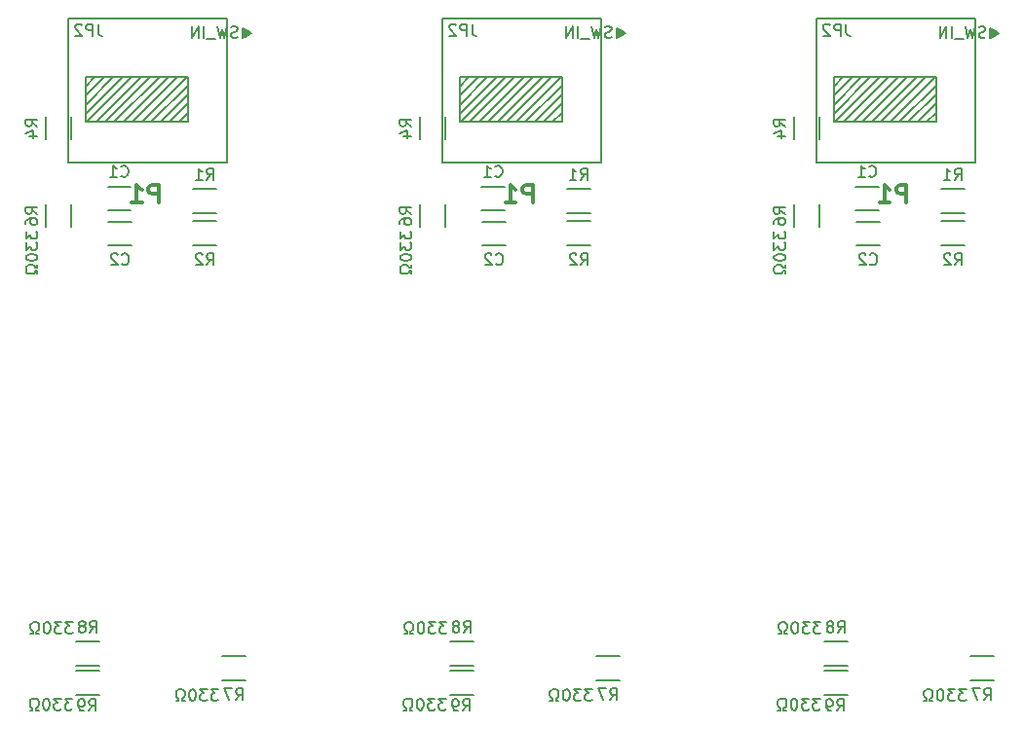
<source format=gbr>
G04 #@! TF.FileFunction,Legend,Bot*
%FSLAX46Y46*%
G04 Gerber Fmt 4.6, Leading zero omitted, Abs format (unit mm)*
G04 Created by KiCad (PCBNEW 4.0.2-4+6225~38~ubuntu15.04.1-stable) date 2016年04月15日 16時13分23秒*
%MOMM*%
G01*
G04 APERTURE LIST*
%ADD10C,0.100000*%
%ADD11C,0.200000*%
%ADD12C,0.150000*%
%ADD13C,0.304800*%
G04 APERTURE END LIST*
D10*
D11*
X136346381Y-69961357D02*
X136346381Y-70580405D01*
X136727333Y-70247071D01*
X136727333Y-70389929D01*
X136774952Y-70485167D01*
X136822571Y-70532786D01*
X136917810Y-70580405D01*
X137155905Y-70580405D01*
X137251143Y-70532786D01*
X137298762Y-70485167D01*
X137346381Y-70389929D01*
X137346381Y-70104214D01*
X137298762Y-70008976D01*
X137251143Y-69961357D01*
X136346381Y-70913738D02*
X136346381Y-71532786D01*
X136727333Y-71199452D01*
X136727333Y-71342310D01*
X136774952Y-71437548D01*
X136822571Y-71485167D01*
X136917810Y-71532786D01*
X137155905Y-71532786D01*
X137251143Y-71485167D01*
X137298762Y-71437548D01*
X137346381Y-71342310D01*
X137346381Y-71056595D01*
X137298762Y-70961357D01*
X137251143Y-70913738D01*
X136346381Y-72151833D02*
X136346381Y-72247072D01*
X136394000Y-72342310D01*
X136441619Y-72389929D01*
X136536857Y-72437548D01*
X136727333Y-72485167D01*
X136965429Y-72485167D01*
X137155905Y-72437548D01*
X137251143Y-72389929D01*
X137298762Y-72342310D01*
X137346381Y-72247072D01*
X137346381Y-72151833D01*
X137298762Y-72056595D01*
X137251143Y-72008976D01*
X137155905Y-71961357D01*
X136965429Y-71913738D01*
X136727333Y-71913738D01*
X136536857Y-71961357D01*
X136441619Y-72008976D01*
X136394000Y-72056595D01*
X136346381Y-72151833D01*
X137346381Y-72866119D02*
X137346381Y-73104214D01*
X137155905Y-73104214D01*
X137108286Y-73008976D01*
X137013048Y-72913738D01*
X136870190Y-72866119D01*
X136632095Y-72866119D01*
X136489238Y-72913738D01*
X136394000Y-73008976D01*
X136346381Y-73151833D01*
X136346381Y-73342310D01*
X136394000Y-73485167D01*
X136489238Y-73580405D01*
X136632095Y-73628024D01*
X136870190Y-73628024D01*
X137013048Y-73580405D01*
X137108286Y-73485167D01*
X137155905Y-73389929D01*
X137346381Y-73389929D01*
X137346381Y-73628024D01*
X153038643Y-109751881D02*
X152419595Y-109751881D01*
X152752929Y-110132833D01*
X152610071Y-110132833D01*
X152514833Y-110180452D01*
X152467214Y-110228071D01*
X152419595Y-110323310D01*
X152419595Y-110561405D01*
X152467214Y-110656643D01*
X152514833Y-110704262D01*
X152610071Y-110751881D01*
X152895786Y-110751881D01*
X152991024Y-110704262D01*
X153038643Y-110656643D01*
X152086262Y-109751881D02*
X151467214Y-109751881D01*
X151800548Y-110132833D01*
X151657690Y-110132833D01*
X151562452Y-110180452D01*
X151514833Y-110228071D01*
X151467214Y-110323310D01*
X151467214Y-110561405D01*
X151514833Y-110656643D01*
X151562452Y-110704262D01*
X151657690Y-110751881D01*
X151943405Y-110751881D01*
X152038643Y-110704262D01*
X152086262Y-110656643D01*
X150848167Y-109751881D02*
X150752928Y-109751881D01*
X150657690Y-109799500D01*
X150610071Y-109847119D01*
X150562452Y-109942357D01*
X150514833Y-110132833D01*
X150514833Y-110370929D01*
X150562452Y-110561405D01*
X150610071Y-110656643D01*
X150657690Y-110704262D01*
X150752928Y-110751881D01*
X150848167Y-110751881D01*
X150943405Y-110704262D01*
X150991024Y-110656643D01*
X151038643Y-110561405D01*
X151086262Y-110370929D01*
X151086262Y-110132833D01*
X151038643Y-109942357D01*
X150991024Y-109847119D01*
X150943405Y-109799500D01*
X150848167Y-109751881D01*
X150133881Y-110751881D02*
X149895786Y-110751881D01*
X149895786Y-110561405D01*
X149991024Y-110513786D01*
X150086262Y-110418548D01*
X150133881Y-110275690D01*
X150133881Y-110037595D01*
X150086262Y-109894738D01*
X149991024Y-109799500D01*
X149848167Y-109751881D01*
X149657690Y-109751881D01*
X149514833Y-109799500D01*
X149419595Y-109894738D01*
X149371976Y-110037595D01*
X149371976Y-110275690D01*
X149419595Y-110418548D01*
X149514833Y-110513786D01*
X149610071Y-110561405D01*
X149610071Y-110751881D01*
X149371976Y-110751881D01*
X140338643Y-110577381D02*
X139719595Y-110577381D01*
X140052929Y-110958333D01*
X139910071Y-110958333D01*
X139814833Y-111005952D01*
X139767214Y-111053571D01*
X139719595Y-111148810D01*
X139719595Y-111386905D01*
X139767214Y-111482143D01*
X139814833Y-111529762D01*
X139910071Y-111577381D01*
X140195786Y-111577381D01*
X140291024Y-111529762D01*
X140338643Y-111482143D01*
X139386262Y-110577381D02*
X138767214Y-110577381D01*
X139100548Y-110958333D01*
X138957690Y-110958333D01*
X138862452Y-111005952D01*
X138814833Y-111053571D01*
X138767214Y-111148810D01*
X138767214Y-111386905D01*
X138814833Y-111482143D01*
X138862452Y-111529762D01*
X138957690Y-111577381D01*
X139243405Y-111577381D01*
X139338643Y-111529762D01*
X139386262Y-111482143D01*
X138148167Y-110577381D02*
X138052928Y-110577381D01*
X137957690Y-110625000D01*
X137910071Y-110672619D01*
X137862452Y-110767857D01*
X137814833Y-110958333D01*
X137814833Y-111196429D01*
X137862452Y-111386905D01*
X137910071Y-111482143D01*
X137957690Y-111529762D01*
X138052928Y-111577381D01*
X138148167Y-111577381D01*
X138243405Y-111529762D01*
X138291024Y-111482143D01*
X138338643Y-111386905D01*
X138386262Y-111196429D01*
X138386262Y-110958333D01*
X138338643Y-110767857D01*
X138291024Y-110672619D01*
X138243405Y-110625000D01*
X138148167Y-110577381D01*
X137433881Y-111577381D02*
X137195786Y-111577381D01*
X137195786Y-111386905D01*
X137291024Y-111339286D01*
X137386262Y-111244048D01*
X137433881Y-111101190D01*
X137433881Y-110863095D01*
X137386262Y-110720238D01*
X137291024Y-110625000D01*
X137148167Y-110577381D01*
X136957690Y-110577381D01*
X136814833Y-110625000D01*
X136719595Y-110720238D01*
X136671976Y-110863095D01*
X136671976Y-111101190D01*
X136719595Y-111244048D01*
X136814833Y-111339286D01*
X136910071Y-111386905D01*
X136910071Y-111577381D01*
X136671976Y-111577381D01*
X140402143Y-103909881D02*
X139783095Y-103909881D01*
X140116429Y-104290833D01*
X139973571Y-104290833D01*
X139878333Y-104338452D01*
X139830714Y-104386071D01*
X139783095Y-104481310D01*
X139783095Y-104719405D01*
X139830714Y-104814643D01*
X139878333Y-104862262D01*
X139973571Y-104909881D01*
X140259286Y-104909881D01*
X140354524Y-104862262D01*
X140402143Y-104814643D01*
X139449762Y-103909881D02*
X138830714Y-103909881D01*
X139164048Y-104290833D01*
X139021190Y-104290833D01*
X138925952Y-104338452D01*
X138878333Y-104386071D01*
X138830714Y-104481310D01*
X138830714Y-104719405D01*
X138878333Y-104814643D01*
X138925952Y-104862262D01*
X139021190Y-104909881D01*
X139306905Y-104909881D01*
X139402143Y-104862262D01*
X139449762Y-104814643D01*
X138211667Y-103909881D02*
X138116428Y-103909881D01*
X138021190Y-103957500D01*
X137973571Y-104005119D01*
X137925952Y-104100357D01*
X137878333Y-104290833D01*
X137878333Y-104528929D01*
X137925952Y-104719405D01*
X137973571Y-104814643D01*
X138021190Y-104862262D01*
X138116428Y-104909881D01*
X138211667Y-104909881D01*
X138306905Y-104862262D01*
X138354524Y-104814643D01*
X138402143Y-104719405D01*
X138449762Y-104528929D01*
X138449762Y-104290833D01*
X138402143Y-104100357D01*
X138354524Y-104005119D01*
X138306905Y-103957500D01*
X138211667Y-103909881D01*
X137497381Y-104909881D02*
X137259286Y-104909881D01*
X137259286Y-104719405D01*
X137354524Y-104671786D01*
X137449762Y-104576548D01*
X137497381Y-104433690D01*
X137497381Y-104195595D01*
X137449762Y-104052738D01*
X137354524Y-103957500D01*
X137211667Y-103909881D01*
X137021190Y-103909881D01*
X136878333Y-103957500D01*
X136783095Y-104052738D01*
X136735476Y-104195595D01*
X136735476Y-104433690D01*
X136783095Y-104576548D01*
X136878333Y-104671786D01*
X136973571Y-104719405D01*
X136973571Y-104909881D01*
X136735476Y-104909881D01*
X155197642Y-53093881D02*
X155197642Y-52331976D01*
X155245261Y-53046262D02*
X155245261Y-52379595D01*
X155292880Y-53046262D02*
X155292880Y-52379595D01*
X155340499Y-52998643D02*
X155340499Y-52427214D01*
X155388118Y-52998643D02*
X155388118Y-52427214D01*
X155435737Y-52951024D02*
X155435737Y-52474833D01*
X155483356Y-52951024D02*
X155483356Y-52474833D01*
X155530975Y-52903405D02*
X155530975Y-52522452D01*
X155578594Y-52855786D02*
X155578594Y-52570071D01*
X155626213Y-52855786D02*
X155626213Y-52570071D01*
X155673833Y-52808167D02*
X155673833Y-52617690D01*
X155721452Y-52808167D02*
X155721452Y-52617690D01*
X155769071Y-52712929D02*
X155816690Y-52712929D01*
X155769071Y-52760548D02*
X155769071Y-52665310D01*
X155150023Y-53093881D02*
X155864309Y-52712929D01*
X155150023Y-52331976D01*
X155911928Y-52712929D02*
X155150023Y-52284357D01*
X155150023Y-53141500D01*
X155911928Y-52712929D01*
X154721452Y-53046262D02*
X154578595Y-53093881D01*
X154340499Y-53093881D01*
X154245261Y-53046262D01*
X154197642Y-52998643D01*
X154150023Y-52903405D01*
X154150023Y-52808167D01*
X154197642Y-52712929D01*
X154245261Y-52665310D01*
X154340499Y-52617690D01*
X154530976Y-52570071D01*
X154626214Y-52522452D01*
X154673833Y-52474833D01*
X154721452Y-52379595D01*
X154721452Y-52284357D01*
X154673833Y-52189119D01*
X154626214Y-52141500D01*
X154530976Y-52093881D01*
X154292880Y-52093881D01*
X154150023Y-52141500D01*
X153816690Y-52093881D02*
X153578595Y-53093881D01*
X153388118Y-52379595D01*
X153197642Y-53093881D01*
X152959547Y-52093881D01*
X152816690Y-53189119D02*
X152054785Y-53189119D01*
X151816690Y-53093881D02*
X151816690Y-52093881D01*
X151340500Y-53093881D02*
X151340500Y-52093881D01*
X150769071Y-53093881D01*
X150769071Y-52093881D01*
X142616833Y-51903381D02*
X142616833Y-52617667D01*
X142664453Y-52760524D01*
X142759691Y-52855762D01*
X142902548Y-52903381D01*
X142997786Y-52903381D01*
X142140643Y-52903381D02*
X142140643Y-51903381D01*
X141759690Y-51903381D01*
X141664452Y-51951000D01*
X141616833Y-51998619D01*
X141569214Y-52093857D01*
X141569214Y-52236714D01*
X141616833Y-52331952D01*
X141664452Y-52379571D01*
X141759690Y-52427190D01*
X142140643Y-52427190D01*
X141188262Y-51998619D02*
X141140643Y-51951000D01*
X141045405Y-51903381D01*
X140807309Y-51903381D01*
X140712071Y-51951000D01*
X140664452Y-51998619D01*
X140616833Y-52093857D01*
X140616833Y-52189095D01*
X140664452Y-52331952D01*
X141235881Y-52903381D01*
X140616833Y-52903381D01*
X103846381Y-69961357D02*
X103846381Y-70580405D01*
X104227333Y-70247071D01*
X104227333Y-70389929D01*
X104274952Y-70485167D01*
X104322571Y-70532786D01*
X104417810Y-70580405D01*
X104655905Y-70580405D01*
X104751143Y-70532786D01*
X104798762Y-70485167D01*
X104846381Y-70389929D01*
X104846381Y-70104214D01*
X104798762Y-70008976D01*
X104751143Y-69961357D01*
X103846381Y-70913738D02*
X103846381Y-71532786D01*
X104227333Y-71199452D01*
X104227333Y-71342310D01*
X104274952Y-71437548D01*
X104322571Y-71485167D01*
X104417810Y-71532786D01*
X104655905Y-71532786D01*
X104751143Y-71485167D01*
X104798762Y-71437548D01*
X104846381Y-71342310D01*
X104846381Y-71056595D01*
X104798762Y-70961357D01*
X104751143Y-70913738D01*
X103846381Y-72151833D02*
X103846381Y-72247072D01*
X103894000Y-72342310D01*
X103941619Y-72389929D01*
X104036857Y-72437548D01*
X104227333Y-72485167D01*
X104465429Y-72485167D01*
X104655905Y-72437548D01*
X104751143Y-72389929D01*
X104798762Y-72342310D01*
X104846381Y-72247072D01*
X104846381Y-72151833D01*
X104798762Y-72056595D01*
X104751143Y-72008976D01*
X104655905Y-71961357D01*
X104465429Y-71913738D01*
X104227333Y-71913738D01*
X104036857Y-71961357D01*
X103941619Y-72008976D01*
X103894000Y-72056595D01*
X103846381Y-72151833D01*
X104846381Y-72866119D02*
X104846381Y-73104214D01*
X104655905Y-73104214D01*
X104608286Y-73008976D01*
X104513048Y-72913738D01*
X104370190Y-72866119D01*
X104132095Y-72866119D01*
X103989238Y-72913738D01*
X103894000Y-73008976D01*
X103846381Y-73151833D01*
X103846381Y-73342310D01*
X103894000Y-73485167D01*
X103989238Y-73580405D01*
X104132095Y-73628024D01*
X104370190Y-73628024D01*
X104513048Y-73580405D01*
X104608286Y-73485167D01*
X104655905Y-73389929D01*
X104846381Y-73389929D01*
X104846381Y-73628024D01*
X120538643Y-109751881D02*
X119919595Y-109751881D01*
X120252929Y-110132833D01*
X120110071Y-110132833D01*
X120014833Y-110180452D01*
X119967214Y-110228071D01*
X119919595Y-110323310D01*
X119919595Y-110561405D01*
X119967214Y-110656643D01*
X120014833Y-110704262D01*
X120110071Y-110751881D01*
X120395786Y-110751881D01*
X120491024Y-110704262D01*
X120538643Y-110656643D01*
X119586262Y-109751881D02*
X118967214Y-109751881D01*
X119300548Y-110132833D01*
X119157690Y-110132833D01*
X119062452Y-110180452D01*
X119014833Y-110228071D01*
X118967214Y-110323310D01*
X118967214Y-110561405D01*
X119014833Y-110656643D01*
X119062452Y-110704262D01*
X119157690Y-110751881D01*
X119443405Y-110751881D01*
X119538643Y-110704262D01*
X119586262Y-110656643D01*
X118348167Y-109751881D02*
X118252928Y-109751881D01*
X118157690Y-109799500D01*
X118110071Y-109847119D01*
X118062452Y-109942357D01*
X118014833Y-110132833D01*
X118014833Y-110370929D01*
X118062452Y-110561405D01*
X118110071Y-110656643D01*
X118157690Y-110704262D01*
X118252928Y-110751881D01*
X118348167Y-110751881D01*
X118443405Y-110704262D01*
X118491024Y-110656643D01*
X118538643Y-110561405D01*
X118586262Y-110370929D01*
X118586262Y-110132833D01*
X118538643Y-109942357D01*
X118491024Y-109847119D01*
X118443405Y-109799500D01*
X118348167Y-109751881D01*
X117633881Y-110751881D02*
X117395786Y-110751881D01*
X117395786Y-110561405D01*
X117491024Y-110513786D01*
X117586262Y-110418548D01*
X117633881Y-110275690D01*
X117633881Y-110037595D01*
X117586262Y-109894738D01*
X117491024Y-109799500D01*
X117348167Y-109751881D01*
X117157690Y-109751881D01*
X117014833Y-109799500D01*
X116919595Y-109894738D01*
X116871976Y-110037595D01*
X116871976Y-110275690D01*
X116919595Y-110418548D01*
X117014833Y-110513786D01*
X117110071Y-110561405D01*
X117110071Y-110751881D01*
X116871976Y-110751881D01*
X107838643Y-110577381D02*
X107219595Y-110577381D01*
X107552929Y-110958333D01*
X107410071Y-110958333D01*
X107314833Y-111005952D01*
X107267214Y-111053571D01*
X107219595Y-111148810D01*
X107219595Y-111386905D01*
X107267214Y-111482143D01*
X107314833Y-111529762D01*
X107410071Y-111577381D01*
X107695786Y-111577381D01*
X107791024Y-111529762D01*
X107838643Y-111482143D01*
X106886262Y-110577381D02*
X106267214Y-110577381D01*
X106600548Y-110958333D01*
X106457690Y-110958333D01*
X106362452Y-111005952D01*
X106314833Y-111053571D01*
X106267214Y-111148810D01*
X106267214Y-111386905D01*
X106314833Y-111482143D01*
X106362452Y-111529762D01*
X106457690Y-111577381D01*
X106743405Y-111577381D01*
X106838643Y-111529762D01*
X106886262Y-111482143D01*
X105648167Y-110577381D02*
X105552928Y-110577381D01*
X105457690Y-110625000D01*
X105410071Y-110672619D01*
X105362452Y-110767857D01*
X105314833Y-110958333D01*
X105314833Y-111196429D01*
X105362452Y-111386905D01*
X105410071Y-111482143D01*
X105457690Y-111529762D01*
X105552928Y-111577381D01*
X105648167Y-111577381D01*
X105743405Y-111529762D01*
X105791024Y-111482143D01*
X105838643Y-111386905D01*
X105886262Y-111196429D01*
X105886262Y-110958333D01*
X105838643Y-110767857D01*
X105791024Y-110672619D01*
X105743405Y-110625000D01*
X105648167Y-110577381D01*
X104933881Y-111577381D02*
X104695786Y-111577381D01*
X104695786Y-111386905D01*
X104791024Y-111339286D01*
X104886262Y-111244048D01*
X104933881Y-111101190D01*
X104933881Y-110863095D01*
X104886262Y-110720238D01*
X104791024Y-110625000D01*
X104648167Y-110577381D01*
X104457690Y-110577381D01*
X104314833Y-110625000D01*
X104219595Y-110720238D01*
X104171976Y-110863095D01*
X104171976Y-111101190D01*
X104219595Y-111244048D01*
X104314833Y-111339286D01*
X104410071Y-111386905D01*
X104410071Y-111577381D01*
X104171976Y-111577381D01*
X107902143Y-103909881D02*
X107283095Y-103909881D01*
X107616429Y-104290833D01*
X107473571Y-104290833D01*
X107378333Y-104338452D01*
X107330714Y-104386071D01*
X107283095Y-104481310D01*
X107283095Y-104719405D01*
X107330714Y-104814643D01*
X107378333Y-104862262D01*
X107473571Y-104909881D01*
X107759286Y-104909881D01*
X107854524Y-104862262D01*
X107902143Y-104814643D01*
X106949762Y-103909881D02*
X106330714Y-103909881D01*
X106664048Y-104290833D01*
X106521190Y-104290833D01*
X106425952Y-104338452D01*
X106378333Y-104386071D01*
X106330714Y-104481310D01*
X106330714Y-104719405D01*
X106378333Y-104814643D01*
X106425952Y-104862262D01*
X106521190Y-104909881D01*
X106806905Y-104909881D01*
X106902143Y-104862262D01*
X106949762Y-104814643D01*
X105711667Y-103909881D02*
X105616428Y-103909881D01*
X105521190Y-103957500D01*
X105473571Y-104005119D01*
X105425952Y-104100357D01*
X105378333Y-104290833D01*
X105378333Y-104528929D01*
X105425952Y-104719405D01*
X105473571Y-104814643D01*
X105521190Y-104862262D01*
X105616428Y-104909881D01*
X105711667Y-104909881D01*
X105806905Y-104862262D01*
X105854524Y-104814643D01*
X105902143Y-104719405D01*
X105949762Y-104528929D01*
X105949762Y-104290833D01*
X105902143Y-104100357D01*
X105854524Y-104005119D01*
X105806905Y-103957500D01*
X105711667Y-103909881D01*
X104997381Y-104909881D02*
X104759286Y-104909881D01*
X104759286Y-104719405D01*
X104854524Y-104671786D01*
X104949762Y-104576548D01*
X104997381Y-104433690D01*
X104997381Y-104195595D01*
X104949762Y-104052738D01*
X104854524Y-103957500D01*
X104711667Y-103909881D01*
X104521190Y-103909881D01*
X104378333Y-103957500D01*
X104283095Y-104052738D01*
X104235476Y-104195595D01*
X104235476Y-104433690D01*
X104283095Y-104576548D01*
X104378333Y-104671786D01*
X104473571Y-104719405D01*
X104473571Y-104909881D01*
X104235476Y-104909881D01*
X122697642Y-53093881D02*
X122697642Y-52331976D01*
X122745261Y-53046262D02*
X122745261Y-52379595D01*
X122792880Y-53046262D02*
X122792880Y-52379595D01*
X122840499Y-52998643D02*
X122840499Y-52427214D01*
X122888118Y-52998643D02*
X122888118Y-52427214D01*
X122935737Y-52951024D02*
X122935737Y-52474833D01*
X122983356Y-52951024D02*
X122983356Y-52474833D01*
X123030975Y-52903405D02*
X123030975Y-52522452D01*
X123078594Y-52855786D02*
X123078594Y-52570071D01*
X123126213Y-52855786D02*
X123126213Y-52570071D01*
X123173833Y-52808167D02*
X123173833Y-52617690D01*
X123221452Y-52808167D02*
X123221452Y-52617690D01*
X123269071Y-52712929D02*
X123316690Y-52712929D01*
X123269071Y-52760548D02*
X123269071Y-52665310D01*
X122650023Y-53093881D02*
X123364309Y-52712929D01*
X122650023Y-52331976D01*
X123411928Y-52712929D02*
X122650023Y-52284357D01*
X122650023Y-53141500D01*
X123411928Y-52712929D01*
X122221452Y-53046262D02*
X122078595Y-53093881D01*
X121840499Y-53093881D01*
X121745261Y-53046262D01*
X121697642Y-52998643D01*
X121650023Y-52903405D01*
X121650023Y-52808167D01*
X121697642Y-52712929D01*
X121745261Y-52665310D01*
X121840499Y-52617690D01*
X122030976Y-52570071D01*
X122126214Y-52522452D01*
X122173833Y-52474833D01*
X122221452Y-52379595D01*
X122221452Y-52284357D01*
X122173833Y-52189119D01*
X122126214Y-52141500D01*
X122030976Y-52093881D01*
X121792880Y-52093881D01*
X121650023Y-52141500D01*
X121316690Y-52093881D02*
X121078595Y-53093881D01*
X120888118Y-52379595D01*
X120697642Y-53093881D01*
X120459547Y-52093881D01*
X120316690Y-53189119D02*
X119554785Y-53189119D01*
X119316690Y-53093881D02*
X119316690Y-52093881D01*
X118840500Y-53093881D02*
X118840500Y-52093881D01*
X118269071Y-53093881D01*
X118269071Y-52093881D01*
X110116833Y-51903381D02*
X110116833Y-52617667D01*
X110164453Y-52760524D01*
X110259691Y-52855762D01*
X110402548Y-52903381D01*
X110497786Y-52903381D01*
X109640643Y-52903381D02*
X109640643Y-51903381D01*
X109259690Y-51903381D01*
X109164452Y-51951000D01*
X109116833Y-51998619D01*
X109069214Y-52093857D01*
X109069214Y-52236714D01*
X109116833Y-52331952D01*
X109164452Y-52379571D01*
X109259690Y-52427190D01*
X109640643Y-52427190D01*
X108688262Y-51998619D02*
X108640643Y-51951000D01*
X108545405Y-51903381D01*
X108307309Y-51903381D01*
X108212071Y-51951000D01*
X108164452Y-51998619D01*
X108116833Y-52093857D01*
X108116833Y-52189095D01*
X108164452Y-52331952D01*
X108735881Y-52903381D01*
X108116833Y-52903381D01*
X168846381Y-69961357D02*
X168846381Y-70580405D01*
X169227333Y-70247071D01*
X169227333Y-70389929D01*
X169274952Y-70485167D01*
X169322571Y-70532786D01*
X169417810Y-70580405D01*
X169655905Y-70580405D01*
X169751143Y-70532786D01*
X169798762Y-70485167D01*
X169846381Y-70389929D01*
X169846381Y-70104214D01*
X169798762Y-70008976D01*
X169751143Y-69961357D01*
X168846381Y-70913738D02*
X168846381Y-71532786D01*
X169227333Y-71199452D01*
X169227333Y-71342310D01*
X169274952Y-71437548D01*
X169322571Y-71485167D01*
X169417810Y-71532786D01*
X169655905Y-71532786D01*
X169751143Y-71485167D01*
X169798762Y-71437548D01*
X169846381Y-71342310D01*
X169846381Y-71056595D01*
X169798762Y-70961357D01*
X169751143Y-70913738D01*
X168846381Y-72151833D02*
X168846381Y-72247072D01*
X168894000Y-72342310D01*
X168941619Y-72389929D01*
X169036857Y-72437548D01*
X169227333Y-72485167D01*
X169465429Y-72485167D01*
X169655905Y-72437548D01*
X169751143Y-72389929D01*
X169798762Y-72342310D01*
X169846381Y-72247072D01*
X169846381Y-72151833D01*
X169798762Y-72056595D01*
X169751143Y-72008976D01*
X169655905Y-71961357D01*
X169465429Y-71913738D01*
X169227333Y-71913738D01*
X169036857Y-71961357D01*
X168941619Y-72008976D01*
X168894000Y-72056595D01*
X168846381Y-72151833D01*
X169846381Y-72866119D02*
X169846381Y-73104214D01*
X169655905Y-73104214D01*
X169608286Y-73008976D01*
X169513048Y-72913738D01*
X169370190Y-72866119D01*
X169132095Y-72866119D01*
X168989238Y-72913738D01*
X168894000Y-73008976D01*
X168846381Y-73151833D01*
X168846381Y-73342310D01*
X168894000Y-73485167D01*
X168989238Y-73580405D01*
X169132095Y-73628024D01*
X169370190Y-73628024D01*
X169513048Y-73580405D01*
X169608286Y-73485167D01*
X169655905Y-73389929D01*
X169846381Y-73389929D01*
X169846381Y-73628024D01*
X185538643Y-109751881D02*
X184919595Y-109751881D01*
X185252929Y-110132833D01*
X185110071Y-110132833D01*
X185014833Y-110180452D01*
X184967214Y-110228071D01*
X184919595Y-110323310D01*
X184919595Y-110561405D01*
X184967214Y-110656643D01*
X185014833Y-110704262D01*
X185110071Y-110751881D01*
X185395786Y-110751881D01*
X185491024Y-110704262D01*
X185538643Y-110656643D01*
X184586262Y-109751881D02*
X183967214Y-109751881D01*
X184300548Y-110132833D01*
X184157690Y-110132833D01*
X184062452Y-110180452D01*
X184014833Y-110228071D01*
X183967214Y-110323310D01*
X183967214Y-110561405D01*
X184014833Y-110656643D01*
X184062452Y-110704262D01*
X184157690Y-110751881D01*
X184443405Y-110751881D01*
X184538643Y-110704262D01*
X184586262Y-110656643D01*
X183348167Y-109751881D02*
X183252928Y-109751881D01*
X183157690Y-109799500D01*
X183110071Y-109847119D01*
X183062452Y-109942357D01*
X183014833Y-110132833D01*
X183014833Y-110370929D01*
X183062452Y-110561405D01*
X183110071Y-110656643D01*
X183157690Y-110704262D01*
X183252928Y-110751881D01*
X183348167Y-110751881D01*
X183443405Y-110704262D01*
X183491024Y-110656643D01*
X183538643Y-110561405D01*
X183586262Y-110370929D01*
X183586262Y-110132833D01*
X183538643Y-109942357D01*
X183491024Y-109847119D01*
X183443405Y-109799500D01*
X183348167Y-109751881D01*
X182633881Y-110751881D02*
X182395786Y-110751881D01*
X182395786Y-110561405D01*
X182491024Y-110513786D01*
X182586262Y-110418548D01*
X182633881Y-110275690D01*
X182633881Y-110037595D01*
X182586262Y-109894738D01*
X182491024Y-109799500D01*
X182348167Y-109751881D01*
X182157690Y-109751881D01*
X182014833Y-109799500D01*
X181919595Y-109894738D01*
X181871976Y-110037595D01*
X181871976Y-110275690D01*
X181919595Y-110418548D01*
X182014833Y-110513786D01*
X182110071Y-110561405D01*
X182110071Y-110751881D01*
X181871976Y-110751881D01*
X172838643Y-110577381D02*
X172219595Y-110577381D01*
X172552929Y-110958333D01*
X172410071Y-110958333D01*
X172314833Y-111005952D01*
X172267214Y-111053571D01*
X172219595Y-111148810D01*
X172219595Y-111386905D01*
X172267214Y-111482143D01*
X172314833Y-111529762D01*
X172410071Y-111577381D01*
X172695786Y-111577381D01*
X172791024Y-111529762D01*
X172838643Y-111482143D01*
X171886262Y-110577381D02*
X171267214Y-110577381D01*
X171600548Y-110958333D01*
X171457690Y-110958333D01*
X171362452Y-111005952D01*
X171314833Y-111053571D01*
X171267214Y-111148810D01*
X171267214Y-111386905D01*
X171314833Y-111482143D01*
X171362452Y-111529762D01*
X171457690Y-111577381D01*
X171743405Y-111577381D01*
X171838643Y-111529762D01*
X171886262Y-111482143D01*
X170648167Y-110577381D02*
X170552928Y-110577381D01*
X170457690Y-110625000D01*
X170410071Y-110672619D01*
X170362452Y-110767857D01*
X170314833Y-110958333D01*
X170314833Y-111196429D01*
X170362452Y-111386905D01*
X170410071Y-111482143D01*
X170457690Y-111529762D01*
X170552928Y-111577381D01*
X170648167Y-111577381D01*
X170743405Y-111529762D01*
X170791024Y-111482143D01*
X170838643Y-111386905D01*
X170886262Y-111196429D01*
X170886262Y-110958333D01*
X170838643Y-110767857D01*
X170791024Y-110672619D01*
X170743405Y-110625000D01*
X170648167Y-110577381D01*
X169933881Y-111577381D02*
X169695786Y-111577381D01*
X169695786Y-111386905D01*
X169791024Y-111339286D01*
X169886262Y-111244048D01*
X169933881Y-111101190D01*
X169933881Y-110863095D01*
X169886262Y-110720238D01*
X169791024Y-110625000D01*
X169648167Y-110577381D01*
X169457690Y-110577381D01*
X169314833Y-110625000D01*
X169219595Y-110720238D01*
X169171976Y-110863095D01*
X169171976Y-111101190D01*
X169219595Y-111244048D01*
X169314833Y-111339286D01*
X169410071Y-111386905D01*
X169410071Y-111577381D01*
X169171976Y-111577381D01*
X172902143Y-103909881D02*
X172283095Y-103909881D01*
X172616429Y-104290833D01*
X172473571Y-104290833D01*
X172378333Y-104338452D01*
X172330714Y-104386071D01*
X172283095Y-104481310D01*
X172283095Y-104719405D01*
X172330714Y-104814643D01*
X172378333Y-104862262D01*
X172473571Y-104909881D01*
X172759286Y-104909881D01*
X172854524Y-104862262D01*
X172902143Y-104814643D01*
X171949762Y-103909881D02*
X171330714Y-103909881D01*
X171664048Y-104290833D01*
X171521190Y-104290833D01*
X171425952Y-104338452D01*
X171378333Y-104386071D01*
X171330714Y-104481310D01*
X171330714Y-104719405D01*
X171378333Y-104814643D01*
X171425952Y-104862262D01*
X171521190Y-104909881D01*
X171806905Y-104909881D01*
X171902143Y-104862262D01*
X171949762Y-104814643D01*
X170711667Y-103909881D02*
X170616428Y-103909881D01*
X170521190Y-103957500D01*
X170473571Y-104005119D01*
X170425952Y-104100357D01*
X170378333Y-104290833D01*
X170378333Y-104528929D01*
X170425952Y-104719405D01*
X170473571Y-104814643D01*
X170521190Y-104862262D01*
X170616428Y-104909881D01*
X170711667Y-104909881D01*
X170806905Y-104862262D01*
X170854524Y-104814643D01*
X170902143Y-104719405D01*
X170949762Y-104528929D01*
X170949762Y-104290833D01*
X170902143Y-104100357D01*
X170854524Y-104005119D01*
X170806905Y-103957500D01*
X170711667Y-103909881D01*
X169997381Y-104909881D02*
X169759286Y-104909881D01*
X169759286Y-104719405D01*
X169854524Y-104671786D01*
X169949762Y-104576548D01*
X169997381Y-104433690D01*
X169997381Y-104195595D01*
X169949762Y-104052738D01*
X169854524Y-103957500D01*
X169711667Y-103909881D01*
X169521190Y-103909881D01*
X169378333Y-103957500D01*
X169283095Y-104052738D01*
X169235476Y-104195595D01*
X169235476Y-104433690D01*
X169283095Y-104576548D01*
X169378333Y-104671786D01*
X169473571Y-104719405D01*
X169473571Y-104909881D01*
X169235476Y-104909881D01*
X187697642Y-53093881D02*
X187697642Y-52331976D01*
X187745261Y-53046262D02*
X187745261Y-52379595D01*
X187792880Y-53046262D02*
X187792880Y-52379595D01*
X187840499Y-52998643D02*
X187840499Y-52427214D01*
X187888118Y-52998643D02*
X187888118Y-52427214D01*
X187935737Y-52951024D02*
X187935737Y-52474833D01*
X187983356Y-52951024D02*
X187983356Y-52474833D01*
X188030975Y-52903405D02*
X188030975Y-52522452D01*
X188078594Y-52855786D02*
X188078594Y-52570071D01*
X188126213Y-52855786D02*
X188126213Y-52570071D01*
X188173833Y-52808167D02*
X188173833Y-52617690D01*
X188221452Y-52808167D02*
X188221452Y-52617690D01*
X188269071Y-52712929D02*
X188316690Y-52712929D01*
X188269071Y-52760548D02*
X188269071Y-52665310D01*
X187650023Y-53093881D02*
X188364309Y-52712929D01*
X187650023Y-52331976D01*
X188411928Y-52712929D02*
X187650023Y-52284357D01*
X187650023Y-53141500D01*
X188411928Y-52712929D01*
X187221452Y-53046262D02*
X187078595Y-53093881D01*
X186840499Y-53093881D01*
X186745261Y-53046262D01*
X186697642Y-52998643D01*
X186650023Y-52903405D01*
X186650023Y-52808167D01*
X186697642Y-52712929D01*
X186745261Y-52665310D01*
X186840499Y-52617690D01*
X187030976Y-52570071D01*
X187126214Y-52522452D01*
X187173833Y-52474833D01*
X187221452Y-52379595D01*
X187221452Y-52284357D01*
X187173833Y-52189119D01*
X187126214Y-52141500D01*
X187030976Y-52093881D01*
X186792880Y-52093881D01*
X186650023Y-52141500D01*
X186316690Y-52093881D02*
X186078595Y-53093881D01*
X185888118Y-52379595D01*
X185697642Y-53093881D01*
X185459547Y-52093881D01*
X185316690Y-53189119D02*
X184554785Y-53189119D01*
X184316690Y-53093881D02*
X184316690Y-52093881D01*
X183840500Y-53093881D02*
X183840500Y-52093881D01*
X183269071Y-53093881D01*
X183269071Y-52093881D01*
X175116833Y-51903381D02*
X175116833Y-52617667D01*
X175164453Y-52760524D01*
X175259691Y-52855762D01*
X175402548Y-52903381D01*
X175497786Y-52903381D01*
X174640643Y-52903381D02*
X174640643Y-51903381D01*
X174259690Y-51903381D01*
X174164452Y-51951000D01*
X174116833Y-51998619D01*
X174069214Y-52093857D01*
X174069214Y-52236714D01*
X174116833Y-52331952D01*
X174164452Y-52379571D01*
X174259690Y-52427190D01*
X174640643Y-52427190D01*
X173688262Y-51998619D02*
X173640643Y-51951000D01*
X173545405Y-51903381D01*
X173307309Y-51903381D01*
X173212071Y-51951000D01*
X173164452Y-51998619D01*
X173116833Y-52093857D01*
X173116833Y-52189095D01*
X173164452Y-52331952D01*
X173735881Y-52903381D01*
X173116833Y-52903381D01*
D12*
X141535000Y-57320000D02*
X142335000Y-56520000D01*
X141535000Y-58120000D02*
X143135000Y-56520000D01*
X141535000Y-58920000D02*
X143935000Y-56520000D01*
X141535000Y-59720000D02*
X144735000Y-56520000D01*
X141635000Y-60420000D02*
X145535000Y-56520000D01*
X142435000Y-60420000D02*
X146335000Y-56520000D01*
X143235000Y-60420000D02*
X147135000Y-56520000D01*
X144035000Y-60420000D02*
X147935000Y-56520000D01*
X144835000Y-60420000D02*
X148735000Y-56520000D01*
X145635000Y-60420000D02*
X149535000Y-56520000D01*
X146435000Y-60420000D02*
X150335000Y-56520000D01*
X147235000Y-60420000D02*
X150435000Y-57220000D01*
X148035000Y-60420000D02*
X150435000Y-58020000D01*
X148835000Y-60420000D02*
X150435000Y-58820000D01*
X149635000Y-60420000D02*
X150435000Y-59620000D01*
X141535000Y-56520000D02*
X150435000Y-56520000D01*
X150435000Y-56520000D02*
X150435000Y-60420000D01*
X150435000Y-60420000D02*
X141535000Y-60420000D01*
X141535000Y-60420000D02*
X141535000Y-56520000D01*
X140035000Y-63920000D02*
X140035000Y-51420000D01*
X140035000Y-51420000D02*
X153835000Y-51420000D01*
X153835000Y-51420000D02*
X153835000Y-63920000D01*
X153835000Y-63920000D02*
X140035000Y-63920000D01*
X143450500Y-66031000D02*
X145450500Y-66031000D01*
X145450500Y-68081000D02*
X143450500Y-68081000D01*
X145514000Y-71129000D02*
X143514000Y-71129000D01*
X143514000Y-69079000D02*
X145514000Y-69079000D01*
X150880000Y-68385000D02*
X152880000Y-68385000D01*
X152880000Y-66235000D02*
X150880000Y-66235000D01*
X152880000Y-69029000D02*
X150880000Y-69029000D01*
X150880000Y-71179000D02*
X152880000Y-71179000D01*
X140255000Y-61960000D02*
X140255000Y-59960000D01*
X138105000Y-59960000D02*
X138105000Y-61960000D01*
X140255000Y-69580000D02*
X140255000Y-67580000D01*
X138105000Y-67580000D02*
X138105000Y-69580000D01*
X155420000Y-106875000D02*
X153420000Y-106875000D01*
X153420000Y-109025000D02*
X155420000Y-109025000D01*
X140720000Y-107755000D02*
X142720000Y-107755000D01*
X142720000Y-105605000D02*
X140720000Y-105605000D01*
X140720000Y-110295000D02*
X142720000Y-110295000D01*
X142720000Y-108145000D02*
X140720000Y-108145000D01*
X109035000Y-57320000D02*
X109835000Y-56520000D01*
X109035000Y-58120000D02*
X110635000Y-56520000D01*
X109035000Y-58920000D02*
X111435000Y-56520000D01*
X109035000Y-59720000D02*
X112235000Y-56520000D01*
X109135000Y-60420000D02*
X113035000Y-56520000D01*
X109935000Y-60420000D02*
X113835000Y-56520000D01*
X110735000Y-60420000D02*
X114635000Y-56520000D01*
X111535000Y-60420000D02*
X115435000Y-56520000D01*
X112335000Y-60420000D02*
X116235000Y-56520000D01*
X113135000Y-60420000D02*
X117035000Y-56520000D01*
X113935000Y-60420000D02*
X117835000Y-56520000D01*
X114735000Y-60420000D02*
X117935000Y-57220000D01*
X115535000Y-60420000D02*
X117935000Y-58020000D01*
X116335000Y-60420000D02*
X117935000Y-58820000D01*
X117135000Y-60420000D02*
X117935000Y-59620000D01*
X109035000Y-56520000D02*
X117935000Y-56520000D01*
X117935000Y-56520000D02*
X117935000Y-60420000D01*
X117935000Y-60420000D02*
X109035000Y-60420000D01*
X109035000Y-60420000D02*
X109035000Y-56520000D01*
X107535000Y-63920000D02*
X107535000Y-51420000D01*
X107535000Y-51420000D02*
X121335000Y-51420000D01*
X121335000Y-51420000D02*
X121335000Y-63920000D01*
X121335000Y-63920000D02*
X107535000Y-63920000D01*
X110950500Y-66031000D02*
X112950500Y-66031000D01*
X112950500Y-68081000D02*
X110950500Y-68081000D01*
X113014000Y-71129000D02*
X111014000Y-71129000D01*
X111014000Y-69079000D02*
X113014000Y-69079000D01*
X118380000Y-68385000D02*
X120380000Y-68385000D01*
X120380000Y-66235000D02*
X118380000Y-66235000D01*
X120380000Y-69029000D02*
X118380000Y-69029000D01*
X118380000Y-71179000D02*
X120380000Y-71179000D01*
X107755000Y-61960000D02*
X107755000Y-59960000D01*
X105605000Y-59960000D02*
X105605000Y-61960000D01*
X107755000Y-69580000D02*
X107755000Y-67580000D01*
X105605000Y-67580000D02*
X105605000Y-69580000D01*
X122920000Y-106875000D02*
X120920000Y-106875000D01*
X120920000Y-109025000D02*
X122920000Y-109025000D01*
X108220000Y-107755000D02*
X110220000Y-107755000D01*
X110220000Y-105605000D02*
X108220000Y-105605000D01*
X108220000Y-110295000D02*
X110220000Y-110295000D01*
X110220000Y-108145000D02*
X108220000Y-108145000D01*
X174035000Y-57320000D02*
X174835000Y-56520000D01*
X174035000Y-58120000D02*
X175635000Y-56520000D01*
X174035000Y-58920000D02*
X176435000Y-56520000D01*
X174035000Y-59720000D02*
X177235000Y-56520000D01*
X174135000Y-60420000D02*
X178035000Y-56520000D01*
X174935000Y-60420000D02*
X178835000Y-56520000D01*
X175735000Y-60420000D02*
X179635000Y-56520000D01*
X176535000Y-60420000D02*
X180435000Y-56520000D01*
X177335000Y-60420000D02*
X181235000Y-56520000D01*
X178135000Y-60420000D02*
X182035000Y-56520000D01*
X178935000Y-60420000D02*
X182835000Y-56520000D01*
X179735000Y-60420000D02*
X182935000Y-57220000D01*
X180535000Y-60420000D02*
X182935000Y-58020000D01*
X181335000Y-60420000D02*
X182935000Y-58820000D01*
X182135000Y-60420000D02*
X182935000Y-59620000D01*
X174035000Y-56520000D02*
X182935000Y-56520000D01*
X182935000Y-56520000D02*
X182935000Y-60420000D01*
X182935000Y-60420000D02*
X174035000Y-60420000D01*
X174035000Y-60420000D02*
X174035000Y-56520000D01*
X172535000Y-63920000D02*
X172535000Y-51420000D01*
X172535000Y-51420000D02*
X186335000Y-51420000D01*
X186335000Y-51420000D02*
X186335000Y-63920000D01*
X186335000Y-63920000D02*
X172535000Y-63920000D01*
X175950500Y-66031000D02*
X177950500Y-66031000D01*
X177950500Y-68081000D02*
X175950500Y-68081000D01*
X178014000Y-71129000D02*
X176014000Y-71129000D01*
X176014000Y-69079000D02*
X178014000Y-69079000D01*
X183380000Y-68385000D02*
X185380000Y-68385000D01*
X185380000Y-66235000D02*
X183380000Y-66235000D01*
X185380000Y-69029000D02*
X183380000Y-69029000D01*
X183380000Y-71179000D02*
X185380000Y-71179000D01*
X172755000Y-61960000D02*
X172755000Y-59960000D01*
X170605000Y-59960000D02*
X170605000Y-61960000D01*
X172755000Y-69580000D02*
X172755000Y-67580000D01*
X170605000Y-67580000D02*
X170605000Y-69580000D01*
X187920000Y-106875000D02*
X185920000Y-106875000D01*
X185920000Y-109025000D02*
X187920000Y-109025000D01*
X173220000Y-107755000D02*
X175220000Y-107755000D01*
X175220000Y-105605000D02*
X173220000Y-105605000D01*
X173220000Y-110295000D02*
X175220000Y-110295000D01*
X175220000Y-108145000D02*
X173220000Y-108145000D01*
D13*
X147859857Y-67409429D02*
X147859857Y-65885429D01*
X147279285Y-65885429D01*
X147134143Y-65958000D01*
X147061571Y-66030571D01*
X146989000Y-66175714D01*
X146989000Y-66393429D01*
X147061571Y-66538571D01*
X147134143Y-66611143D01*
X147279285Y-66683714D01*
X147859857Y-66683714D01*
X145537571Y-67409429D02*
X146408428Y-67409429D01*
X145973000Y-67409429D02*
X145973000Y-65885429D01*
X146118143Y-66103143D01*
X146263285Y-66248286D01*
X146408428Y-66320857D01*
D12*
X144617166Y-65113143D02*
X144664785Y-65160762D01*
X144807642Y-65208381D01*
X144902880Y-65208381D01*
X145045738Y-65160762D01*
X145140976Y-65065524D01*
X145188595Y-64970286D01*
X145236214Y-64779810D01*
X145236214Y-64636952D01*
X145188595Y-64446476D01*
X145140976Y-64351238D01*
X145045738Y-64256000D01*
X144902880Y-64208381D01*
X144807642Y-64208381D01*
X144664785Y-64256000D01*
X144617166Y-64303619D01*
X143664785Y-65208381D02*
X144236214Y-65208381D01*
X143950500Y-65208381D02*
X143950500Y-64208381D01*
X144045738Y-64351238D01*
X144140976Y-64446476D01*
X144236214Y-64494095D01*
X144680666Y-72761143D02*
X144728285Y-72808762D01*
X144871142Y-72856381D01*
X144966380Y-72856381D01*
X145109238Y-72808762D01*
X145204476Y-72713524D01*
X145252095Y-72618286D01*
X145299714Y-72427810D01*
X145299714Y-72284952D01*
X145252095Y-72094476D01*
X145204476Y-71999238D01*
X145109238Y-71904000D01*
X144966380Y-71856381D01*
X144871142Y-71856381D01*
X144728285Y-71904000D01*
X144680666Y-71951619D01*
X144299714Y-71951619D02*
X144252095Y-71904000D01*
X144156857Y-71856381D01*
X143918761Y-71856381D01*
X143823523Y-71904000D01*
X143775904Y-71951619D01*
X143728285Y-72046857D01*
X143728285Y-72142095D01*
X143775904Y-72284952D01*
X144347333Y-72856381D01*
X143728285Y-72856381D01*
X152046666Y-65462381D02*
X152380000Y-64986190D01*
X152618095Y-65462381D02*
X152618095Y-64462381D01*
X152237142Y-64462381D01*
X152141904Y-64510000D01*
X152094285Y-64557619D01*
X152046666Y-64652857D01*
X152046666Y-64795714D01*
X152094285Y-64890952D01*
X152141904Y-64938571D01*
X152237142Y-64986190D01*
X152618095Y-64986190D01*
X151094285Y-65462381D02*
X151665714Y-65462381D01*
X151380000Y-65462381D02*
X151380000Y-64462381D01*
X151475238Y-64605238D01*
X151570476Y-64700476D01*
X151665714Y-64748095D01*
X152046666Y-72856381D02*
X152380000Y-72380190D01*
X152618095Y-72856381D02*
X152618095Y-71856381D01*
X152237142Y-71856381D01*
X152141904Y-71904000D01*
X152094285Y-71951619D01*
X152046666Y-72046857D01*
X152046666Y-72189714D01*
X152094285Y-72284952D01*
X152141904Y-72332571D01*
X152237142Y-72380190D01*
X152618095Y-72380190D01*
X151665714Y-71951619D02*
X151618095Y-71904000D01*
X151522857Y-71856381D01*
X151284761Y-71856381D01*
X151189523Y-71904000D01*
X151141904Y-71951619D01*
X151094285Y-72046857D01*
X151094285Y-72142095D01*
X151141904Y-72284952D01*
X151713333Y-72856381D01*
X151094285Y-72856381D01*
X137332381Y-60793334D02*
X136856190Y-60460000D01*
X137332381Y-60221905D02*
X136332381Y-60221905D01*
X136332381Y-60602858D01*
X136380000Y-60698096D01*
X136427619Y-60745715D01*
X136522857Y-60793334D01*
X136665714Y-60793334D01*
X136760952Y-60745715D01*
X136808571Y-60698096D01*
X136856190Y-60602858D01*
X136856190Y-60221905D01*
X136665714Y-61650477D02*
X137332381Y-61650477D01*
X136284762Y-61412381D02*
X136999048Y-61174286D01*
X136999048Y-61793334D01*
X137332381Y-68413334D02*
X136856190Y-68080000D01*
X137332381Y-67841905D02*
X136332381Y-67841905D01*
X136332381Y-68222858D01*
X136380000Y-68318096D01*
X136427619Y-68365715D01*
X136522857Y-68413334D01*
X136665714Y-68413334D01*
X136760952Y-68365715D01*
X136808571Y-68318096D01*
X136856190Y-68222858D01*
X136856190Y-67841905D01*
X136332381Y-69270477D02*
X136332381Y-69080000D01*
X136380000Y-68984762D01*
X136427619Y-68937143D01*
X136570476Y-68841905D01*
X136760952Y-68794286D01*
X137141905Y-68794286D01*
X137237143Y-68841905D01*
X137284762Y-68889524D01*
X137332381Y-68984762D01*
X137332381Y-69175239D01*
X137284762Y-69270477D01*
X137237143Y-69318096D01*
X137141905Y-69365715D01*
X136903810Y-69365715D01*
X136808571Y-69318096D01*
X136760952Y-69270477D01*
X136713333Y-69175239D01*
X136713333Y-68984762D01*
X136760952Y-68889524D01*
X136808571Y-68841905D01*
X136903810Y-68794286D01*
X154586666Y-110702381D02*
X154920000Y-110226190D01*
X155158095Y-110702381D02*
X155158095Y-109702381D01*
X154777142Y-109702381D01*
X154681904Y-109750000D01*
X154634285Y-109797619D01*
X154586666Y-109892857D01*
X154586666Y-110035714D01*
X154634285Y-110130952D01*
X154681904Y-110178571D01*
X154777142Y-110226190D01*
X155158095Y-110226190D01*
X154253333Y-109702381D02*
X153586666Y-109702381D01*
X154015238Y-110702381D01*
X141886666Y-104832381D02*
X142220000Y-104356190D01*
X142458095Y-104832381D02*
X142458095Y-103832381D01*
X142077142Y-103832381D01*
X141981904Y-103880000D01*
X141934285Y-103927619D01*
X141886666Y-104022857D01*
X141886666Y-104165714D01*
X141934285Y-104260952D01*
X141981904Y-104308571D01*
X142077142Y-104356190D01*
X142458095Y-104356190D01*
X141315238Y-104260952D02*
X141410476Y-104213333D01*
X141458095Y-104165714D01*
X141505714Y-104070476D01*
X141505714Y-104022857D01*
X141458095Y-103927619D01*
X141410476Y-103880000D01*
X141315238Y-103832381D01*
X141124761Y-103832381D01*
X141029523Y-103880000D01*
X140981904Y-103927619D01*
X140934285Y-104022857D01*
X140934285Y-104070476D01*
X140981904Y-104165714D01*
X141029523Y-104213333D01*
X141124761Y-104260952D01*
X141315238Y-104260952D01*
X141410476Y-104308571D01*
X141458095Y-104356190D01*
X141505714Y-104451429D01*
X141505714Y-104641905D01*
X141458095Y-104737143D01*
X141410476Y-104784762D01*
X141315238Y-104832381D01*
X141124761Y-104832381D01*
X141029523Y-104784762D01*
X140981904Y-104737143D01*
X140934285Y-104641905D01*
X140934285Y-104451429D01*
X140981904Y-104356190D01*
X141029523Y-104308571D01*
X141124761Y-104260952D01*
X141823166Y-111640881D02*
X142156500Y-111164690D01*
X142394595Y-111640881D02*
X142394595Y-110640881D01*
X142013642Y-110640881D01*
X141918404Y-110688500D01*
X141870785Y-110736119D01*
X141823166Y-110831357D01*
X141823166Y-110974214D01*
X141870785Y-111069452D01*
X141918404Y-111117071D01*
X142013642Y-111164690D01*
X142394595Y-111164690D01*
X141346976Y-111640881D02*
X141156500Y-111640881D01*
X141061261Y-111593262D01*
X141013642Y-111545643D01*
X140918404Y-111402786D01*
X140870785Y-111212310D01*
X140870785Y-110831357D01*
X140918404Y-110736119D01*
X140966023Y-110688500D01*
X141061261Y-110640881D01*
X141251738Y-110640881D01*
X141346976Y-110688500D01*
X141394595Y-110736119D01*
X141442214Y-110831357D01*
X141442214Y-111069452D01*
X141394595Y-111164690D01*
X141346976Y-111212310D01*
X141251738Y-111259929D01*
X141061261Y-111259929D01*
X140966023Y-111212310D01*
X140918404Y-111164690D01*
X140870785Y-111069452D01*
D13*
X115359857Y-67409429D02*
X115359857Y-65885429D01*
X114779285Y-65885429D01*
X114634143Y-65958000D01*
X114561571Y-66030571D01*
X114489000Y-66175714D01*
X114489000Y-66393429D01*
X114561571Y-66538571D01*
X114634143Y-66611143D01*
X114779285Y-66683714D01*
X115359857Y-66683714D01*
X113037571Y-67409429D02*
X113908428Y-67409429D01*
X113473000Y-67409429D02*
X113473000Y-65885429D01*
X113618143Y-66103143D01*
X113763285Y-66248286D01*
X113908428Y-66320857D01*
D12*
X112117166Y-65113143D02*
X112164785Y-65160762D01*
X112307642Y-65208381D01*
X112402880Y-65208381D01*
X112545738Y-65160762D01*
X112640976Y-65065524D01*
X112688595Y-64970286D01*
X112736214Y-64779810D01*
X112736214Y-64636952D01*
X112688595Y-64446476D01*
X112640976Y-64351238D01*
X112545738Y-64256000D01*
X112402880Y-64208381D01*
X112307642Y-64208381D01*
X112164785Y-64256000D01*
X112117166Y-64303619D01*
X111164785Y-65208381D02*
X111736214Y-65208381D01*
X111450500Y-65208381D02*
X111450500Y-64208381D01*
X111545738Y-64351238D01*
X111640976Y-64446476D01*
X111736214Y-64494095D01*
X112180666Y-72761143D02*
X112228285Y-72808762D01*
X112371142Y-72856381D01*
X112466380Y-72856381D01*
X112609238Y-72808762D01*
X112704476Y-72713524D01*
X112752095Y-72618286D01*
X112799714Y-72427810D01*
X112799714Y-72284952D01*
X112752095Y-72094476D01*
X112704476Y-71999238D01*
X112609238Y-71904000D01*
X112466380Y-71856381D01*
X112371142Y-71856381D01*
X112228285Y-71904000D01*
X112180666Y-71951619D01*
X111799714Y-71951619D02*
X111752095Y-71904000D01*
X111656857Y-71856381D01*
X111418761Y-71856381D01*
X111323523Y-71904000D01*
X111275904Y-71951619D01*
X111228285Y-72046857D01*
X111228285Y-72142095D01*
X111275904Y-72284952D01*
X111847333Y-72856381D01*
X111228285Y-72856381D01*
X119546666Y-65462381D02*
X119880000Y-64986190D01*
X120118095Y-65462381D02*
X120118095Y-64462381D01*
X119737142Y-64462381D01*
X119641904Y-64510000D01*
X119594285Y-64557619D01*
X119546666Y-64652857D01*
X119546666Y-64795714D01*
X119594285Y-64890952D01*
X119641904Y-64938571D01*
X119737142Y-64986190D01*
X120118095Y-64986190D01*
X118594285Y-65462381D02*
X119165714Y-65462381D01*
X118880000Y-65462381D02*
X118880000Y-64462381D01*
X118975238Y-64605238D01*
X119070476Y-64700476D01*
X119165714Y-64748095D01*
X119546666Y-72856381D02*
X119880000Y-72380190D01*
X120118095Y-72856381D02*
X120118095Y-71856381D01*
X119737142Y-71856381D01*
X119641904Y-71904000D01*
X119594285Y-71951619D01*
X119546666Y-72046857D01*
X119546666Y-72189714D01*
X119594285Y-72284952D01*
X119641904Y-72332571D01*
X119737142Y-72380190D01*
X120118095Y-72380190D01*
X119165714Y-71951619D02*
X119118095Y-71904000D01*
X119022857Y-71856381D01*
X118784761Y-71856381D01*
X118689523Y-71904000D01*
X118641904Y-71951619D01*
X118594285Y-72046857D01*
X118594285Y-72142095D01*
X118641904Y-72284952D01*
X119213333Y-72856381D01*
X118594285Y-72856381D01*
X104832381Y-60793334D02*
X104356190Y-60460000D01*
X104832381Y-60221905D02*
X103832381Y-60221905D01*
X103832381Y-60602858D01*
X103880000Y-60698096D01*
X103927619Y-60745715D01*
X104022857Y-60793334D01*
X104165714Y-60793334D01*
X104260952Y-60745715D01*
X104308571Y-60698096D01*
X104356190Y-60602858D01*
X104356190Y-60221905D01*
X104165714Y-61650477D02*
X104832381Y-61650477D01*
X103784762Y-61412381D02*
X104499048Y-61174286D01*
X104499048Y-61793334D01*
X104832381Y-68413334D02*
X104356190Y-68080000D01*
X104832381Y-67841905D02*
X103832381Y-67841905D01*
X103832381Y-68222858D01*
X103880000Y-68318096D01*
X103927619Y-68365715D01*
X104022857Y-68413334D01*
X104165714Y-68413334D01*
X104260952Y-68365715D01*
X104308571Y-68318096D01*
X104356190Y-68222858D01*
X104356190Y-67841905D01*
X103832381Y-69270477D02*
X103832381Y-69080000D01*
X103880000Y-68984762D01*
X103927619Y-68937143D01*
X104070476Y-68841905D01*
X104260952Y-68794286D01*
X104641905Y-68794286D01*
X104737143Y-68841905D01*
X104784762Y-68889524D01*
X104832381Y-68984762D01*
X104832381Y-69175239D01*
X104784762Y-69270477D01*
X104737143Y-69318096D01*
X104641905Y-69365715D01*
X104403810Y-69365715D01*
X104308571Y-69318096D01*
X104260952Y-69270477D01*
X104213333Y-69175239D01*
X104213333Y-68984762D01*
X104260952Y-68889524D01*
X104308571Y-68841905D01*
X104403810Y-68794286D01*
X122086666Y-110702381D02*
X122420000Y-110226190D01*
X122658095Y-110702381D02*
X122658095Y-109702381D01*
X122277142Y-109702381D01*
X122181904Y-109750000D01*
X122134285Y-109797619D01*
X122086666Y-109892857D01*
X122086666Y-110035714D01*
X122134285Y-110130952D01*
X122181904Y-110178571D01*
X122277142Y-110226190D01*
X122658095Y-110226190D01*
X121753333Y-109702381D02*
X121086666Y-109702381D01*
X121515238Y-110702381D01*
X109386666Y-104832381D02*
X109720000Y-104356190D01*
X109958095Y-104832381D02*
X109958095Y-103832381D01*
X109577142Y-103832381D01*
X109481904Y-103880000D01*
X109434285Y-103927619D01*
X109386666Y-104022857D01*
X109386666Y-104165714D01*
X109434285Y-104260952D01*
X109481904Y-104308571D01*
X109577142Y-104356190D01*
X109958095Y-104356190D01*
X108815238Y-104260952D02*
X108910476Y-104213333D01*
X108958095Y-104165714D01*
X109005714Y-104070476D01*
X109005714Y-104022857D01*
X108958095Y-103927619D01*
X108910476Y-103880000D01*
X108815238Y-103832381D01*
X108624761Y-103832381D01*
X108529523Y-103880000D01*
X108481904Y-103927619D01*
X108434285Y-104022857D01*
X108434285Y-104070476D01*
X108481904Y-104165714D01*
X108529523Y-104213333D01*
X108624761Y-104260952D01*
X108815238Y-104260952D01*
X108910476Y-104308571D01*
X108958095Y-104356190D01*
X109005714Y-104451429D01*
X109005714Y-104641905D01*
X108958095Y-104737143D01*
X108910476Y-104784762D01*
X108815238Y-104832381D01*
X108624761Y-104832381D01*
X108529523Y-104784762D01*
X108481904Y-104737143D01*
X108434285Y-104641905D01*
X108434285Y-104451429D01*
X108481904Y-104356190D01*
X108529523Y-104308571D01*
X108624761Y-104260952D01*
X109323166Y-111640881D02*
X109656500Y-111164690D01*
X109894595Y-111640881D02*
X109894595Y-110640881D01*
X109513642Y-110640881D01*
X109418404Y-110688500D01*
X109370785Y-110736119D01*
X109323166Y-110831357D01*
X109323166Y-110974214D01*
X109370785Y-111069452D01*
X109418404Y-111117071D01*
X109513642Y-111164690D01*
X109894595Y-111164690D01*
X108846976Y-111640881D02*
X108656500Y-111640881D01*
X108561261Y-111593262D01*
X108513642Y-111545643D01*
X108418404Y-111402786D01*
X108370785Y-111212310D01*
X108370785Y-110831357D01*
X108418404Y-110736119D01*
X108466023Y-110688500D01*
X108561261Y-110640881D01*
X108751738Y-110640881D01*
X108846976Y-110688500D01*
X108894595Y-110736119D01*
X108942214Y-110831357D01*
X108942214Y-111069452D01*
X108894595Y-111164690D01*
X108846976Y-111212310D01*
X108751738Y-111259929D01*
X108561261Y-111259929D01*
X108466023Y-111212310D01*
X108418404Y-111164690D01*
X108370785Y-111069452D01*
D13*
X180359857Y-67409429D02*
X180359857Y-65885429D01*
X179779285Y-65885429D01*
X179634143Y-65958000D01*
X179561571Y-66030571D01*
X179489000Y-66175714D01*
X179489000Y-66393429D01*
X179561571Y-66538571D01*
X179634143Y-66611143D01*
X179779285Y-66683714D01*
X180359857Y-66683714D01*
X178037571Y-67409429D02*
X178908428Y-67409429D01*
X178473000Y-67409429D02*
X178473000Y-65885429D01*
X178618143Y-66103143D01*
X178763285Y-66248286D01*
X178908428Y-66320857D01*
D12*
X177117166Y-65113143D02*
X177164785Y-65160762D01*
X177307642Y-65208381D01*
X177402880Y-65208381D01*
X177545738Y-65160762D01*
X177640976Y-65065524D01*
X177688595Y-64970286D01*
X177736214Y-64779810D01*
X177736214Y-64636952D01*
X177688595Y-64446476D01*
X177640976Y-64351238D01*
X177545738Y-64256000D01*
X177402880Y-64208381D01*
X177307642Y-64208381D01*
X177164785Y-64256000D01*
X177117166Y-64303619D01*
X176164785Y-65208381D02*
X176736214Y-65208381D01*
X176450500Y-65208381D02*
X176450500Y-64208381D01*
X176545738Y-64351238D01*
X176640976Y-64446476D01*
X176736214Y-64494095D01*
X177180666Y-72761143D02*
X177228285Y-72808762D01*
X177371142Y-72856381D01*
X177466380Y-72856381D01*
X177609238Y-72808762D01*
X177704476Y-72713524D01*
X177752095Y-72618286D01*
X177799714Y-72427810D01*
X177799714Y-72284952D01*
X177752095Y-72094476D01*
X177704476Y-71999238D01*
X177609238Y-71904000D01*
X177466380Y-71856381D01*
X177371142Y-71856381D01*
X177228285Y-71904000D01*
X177180666Y-71951619D01*
X176799714Y-71951619D02*
X176752095Y-71904000D01*
X176656857Y-71856381D01*
X176418761Y-71856381D01*
X176323523Y-71904000D01*
X176275904Y-71951619D01*
X176228285Y-72046857D01*
X176228285Y-72142095D01*
X176275904Y-72284952D01*
X176847333Y-72856381D01*
X176228285Y-72856381D01*
X184546666Y-65462381D02*
X184880000Y-64986190D01*
X185118095Y-65462381D02*
X185118095Y-64462381D01*
X184737142Y-64462381D01*
X184641904Y-64510000D01*
X184594285Y-64557619D01*
X184546666Y-64652857D01*
X184546666Y-64795714D01*
X184594285Y-64890952D01*
X184641904Y-64938571D01*
X184737142Y-64986190D01*
X185118095Y-64986190D01*
X183594285Y-65462381D02*
X184165714Y-65462381D01*
X183880000Y-65462381D02*
X183880000Y-64462381D01*
X183975238Y-64605238D01*
X184070476Y-64700476D01*
X184165714Y-64748095D01*
X184546666Y-72856381D02*
X184880000Y-72380190D01*
X185118095Y-72856381D02*
X185118095Y-71856381D01*
X184737142Y-71856381D01*
X184641904Y-71904000D01*
X184594285Y-71951619D01*
X184546666Y-72046857D01*
X184546666Y-72189714D01*
X184594285Y-72284952D01*
X184641904Y-72332571D01*
X184737142Y-72380190D01*
X185118095Y-72380190D01*
X184165714Y-71951619D02*
X184118095Y-71904000D01*
X184022857Y-71856381D01*
X183784761Y-71856381D01*
X183689523Y-71904000D01*
X183641904Y-71951619D01*
X183594285Y-72046857D01*
X183594285Y-72142095D01*
X183641904Y-72284952D01*
X184213333Y-72856381D01*
X183594285Y-72856381D01*
X169832381Y-60793334D02*
X169356190Y-60460000D01*
X169832381Y-60221905D02*
X168832381Y-60221905D01*
X168832381Y-60602858D01*
X168880000Y-60698096D01*
X168927619Y-60745715D01*
X169022857Y-60793334D01*
X169165714Y-60793334D01*
X169260952Y-60745715D01*
X169308571Y-60698096D01*
X169356190Y-60602858D01*
X169356190Y-60221905D01*
X169165714Y-61650477D02*
X169832381Y-61650477D01*
X168784762Y-61412381D02*
X169499048Y-61174286D01*
X169499048Y-61793334D01*
X169832381Y-68413334D02*
X169356190Y-68080000D01*
X169832381Y-67841905D02*
X168832381Y-67841905D01*
X168832381Y-68222858D01*
X168880000Y-68318096D01*
X168927619Y-68365715D01*
X169022857Y-68413334D01*
X169165714Y-68413334D01*
X169260952Y-68365715D01*
X169308571Y-68318096D01*
X169356190Y-68222858D01*
X169356190Y-67841905D01*
X168832381Y-69270477D02*
X168832381Y-69080000D01*
X168880000Y-68984762D01*
X168927619Y-68937143D01*
X169070476Y-68841905D01*
X169260952Y-68794286D01*
X169641905Y-68794286D01*
X169737143Y-68841905D01*
X169784762Y-68889524D01*
X169832381Y-68984762D01*
X169832381Y-69175239D01*
X169784762Y-69270477D01*
X169737143Y-69318096D01*
X169641905Y-69365715D01*
X169403810Y-69365715D01*
X169308571Y-69318096D01*
X169260952Y-69270477D01*
X169213333Y-69175239D01*
X169213333Y-68984762D01*
X169260952Y-68889524D01*
X169308571Y-68841905D01*
X169403810Y-68794286D01*
X187086666Y-110702381D02*
X187420000Y-110226190D01*
X187658095Y-110702381D02*
X187658095Y-109702381D01*
X187277142Y-109702381D01*
X187181904Y-109750000D01*
X187134285Y-109797619D01*
X187086666Y-109892857D01*
X187086666Y-110035714D01*
X187134285Y-110130952D01*
X187181904Y-110178571D01*
X187277142Y-110226190D01*
X187658095Y-110226190D01*
X186753333Y-109702381D02*
X186086666Y-109702381D01*
X186515238Y-110702381D01*
X174386666Y-104832381D02*
X174720000Y-104356190D01*
X174958095Y-104832381D02*
X174958095Y-103832381D01*
X174577142Y-103832381D01*
X174481904Y-103880000D01*
X174434285Y-103927619D01*
X174386666Y-104022857D01*
X174386666Y-104165714D01*
X174434285Y-104260952D01*
X174481904Y-104308571D01*
X174577142Y-104356190D01*
X174958095Y-104356190D01*
X173815238Y-104260952D02*
X173910476Y-104213333D01*
X173958095Y-104165714D01*
X174005714Y-104070476D01*
X174005714Y-104022857D01*
X173958095Y-103927619D01*
X173910476Y-103880000D01*
X173815238Y-103832381D01*
X173624761Y-103832381D01*
X173529523Y-103880000D01*
X173481904Y-103927619D01*
X173434285Y-104022857D01*
X173434285Y-104070476D01*
X173481904Y-104165714D01*
X173529523Y-104213333D01*
X173624761Y-104260952D01*
X173815238Y-104260952D01*
X173910476Y-104308571D01*
X173958095Y-104356190D01*
X174005714Y-104451429D01*
X174005714Y-104641905D01*
X173958095Y-104737143D01*
X173910476Y-104784762D01*
X173815238Y-104832381D01*
X173624761Y-104832381D01*
X173529523Y-104784762D01*
X173481904Y-104737143D01*
X173434285Y-104641905D01*
X173434285Y-104451429D01*
X173481904Y-104356190D01*
X173529523Y-104308571D01*
X173624761Y-104260952D01*
X174323166Y-111640881D02*
X174656500Y-111164690D01*
X174894595Y-111640881D02*
X174894595Y-110640881D01*
X174513642Y-110640881D01*
X174418404Y-110688500D01*
X174370785Y-110736119D01*
X174323166Y-110831357D01*
X174323166Y-110974214D01*
X174370785Y-111069452D01*
X174418404Y-111117071D01*
X174513642Y-111164690D01*
X174894595Y-111164690D01*
X173846976Y-111640881D02*
X173656500Y-111640881D01*
X173561261Y-111593262D01*
X173513642Y-111545643D01*
X173418404Y-111402786D01*
X173370785Y-111212310D01*
X173370785Y-110831357D01*
X173418404Y-110736119D01*
X173466023Y-110688500D01*
X173561261Y-110640881D01*
X173751738Y-110640881D01*
X173846976Y-110688500D01*
X173894595Y-110736119D01*
X173942214Y-110831357D01*
X173942214Y-111069452D01*
X173894595Y-111164690D01*
X173846976Y-111212310D01*
X173751738Y-111259929D01*
X173561261Y-111259929D01*
X173466023Y-111212310D01*
X173418404Y-111164690D01*
X173370785Y-111069452D01*
M02*

</source>
